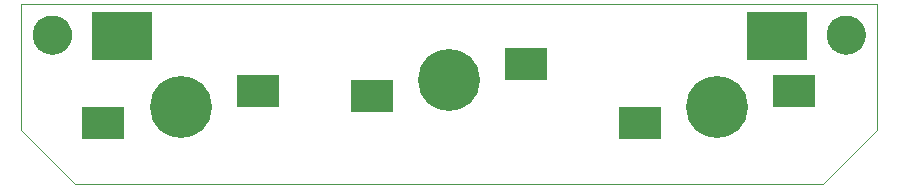
<source format=gts>
G75*
%MOIN*%
%OFA0B0*%
%FSLAX25Y25*%
%IPPOS*%
%LPD*%
%AMOC8*
5,1,8,0,0,1.08239X$1,22.5*
%
%ADD10C,0.00000*%
%ADD11C,0.12998*%
%ADD12R,0.14180X0.11030*%
%ADD13C,0.20676*%
%ADD14R,0.20085X0.16148*%
D10*
X0018917Y0001200D02*
X0268523Y0001200D01*
X0286239Y0018917D01*
X0286239Y0061043D01*
X0001200Y0061043D01*
X0001200Y0018917D01*
X0018917Y0001200D01*
X0005137Y0050806D02*
X0005139Y0050964D01*
X0005145Y0051122D01*
X0005155Y0051280D01*
X0005169Y0051438D01*
X0005187Y0051595D01*
X0005208Y0051752D01*
X0005234Y0051908D01*
X0005264Y0052064D01*
X0005297Y0052219D01*
X0005335Y0052372D01*
X0005376Y0052525D01*
X0005421Y0052677D01*
X0005470Y0052828D01*
X0005523Y0052977D01*
X0005579Y0053125D01*
X0005639Y0053271D01*
X0005703Y0053416D01*
X0005771Y0053559D01*
X0005842Y0053701D01*
X0005916Y0053841D01*
X0005994Y0053978D01*
X0006076Y0054114D01*
X0006160Y0054248D01*
X0006249Y0054379D01*
X0006340Y0054508D01*
X0006435Y0054635D01*
X0006532Y0054760D01*
X0006633Y0054882D01*
X0006737Y0055001D01*
X0006844Y0055118D01*
X0006954Y0055232D01*
X0007067Y0055343D01*
X0007182Y0055452D01*
X0007300Y0055557D01*
X0007421Y0055659D01*
X0007544Y0055759D01*
X0007670Y0055855D01*
X0007798Y0055948D01*
X0007928Y0056038D01*
X0008061Y0056124D01*
X0008196Y0056208D01*
X0008332Y0056287D01*
X0008471Y0056364D01*
X0008612Y0056436D01*
X0008754Y0056506D01*
X0008898Y0056571D01*
X0009044Y0056633D01*
X0009191Y0056691D01*
X0009340Y0056746D01*
X0009490Y0056797D01*
X0009641Y0056844D01*
X0009793Y0056887D01*
X0009946Y0056926D01*
X0010101Y0056962D01*
X0010256Y0056993D01*
X0010412Y0057021D01*
X0010568Y0057045D01*
X0010725Y0057065D01*
X0010883Y0057081D01*
X0011040Y0057093D01*
X0011199Y0057101D01*
X0011357Y0057105D01*
X0011515Y0057105D01*
X0011673Y0057101D01*
X0011832Y0057093D01*
X0011989Y0057081D01*
X0012147Y0057065D01*
X0012304Y0057045D01*
X0012460Y0057021D01*
X0012616Y0056993D01*
X0012771Y0056962D01*
X0012926Y0056926D01*
X0013079Y0056887D01*
X0013231Y0056844D01*
X0013382Y0056797D01*
X0013532Y0056746D01*
X0013681Y0056691D01*
X0013828Y0056633D01*
X0013974Y0056571D01*
X0014118Y0056506D01*
X0014260Y0056436D01*
X0014401Y0056364D01*
X0014540Y0056287D01*
X0014676Y0056208D01*
X0014811Y0056124D01*
X0014944Y0056038D01*
X0015074Y0055948D01*
X0015202Y0055855D01*
X0015328Y0055759D01*
X0015451Y0055659D01*
X0015572Y0055557D01*
X0015690Y0055452D01*
X0015805Y0055343D01*
X0015918Y0055232D01*
X0016028Y0055118D01*
X0016135Y0055001D01*
X0016239Y0054882D01*
X0016340Y0054760D01*
X0016437Y0054635D01*
X0016532Y0054508D01*
X0016623Y0054379D01*
X0016712Y0054248D01*
X0016796Y0054114D01*
X0016878Y0053978D01*
X0016956Y0053841D01*
X0017030Y0053701D01*
X0017101Y0053559D01*
X0017169Y0053416D01*
X0017233Y0053271D01*
X0017293Y0053125D01*
X0017349Y0052977D01*
X0017402Y0052828D01*
X0017451Y0052677D01*
X0017496Y0052525D01*
X0017537Y0052372D01*
X0017575Y0052219D01*
X0017608Y0052064D01*
X0017638Y0051908D01*
X0017664Y0051752D01*
X0017685Y0051595D01*
X0017703Y0051438D01*
X0017717Y0051280D01*
X0017727Y0051122D01*
X0017733Y0050964D01*
X0017735Y0050806D01*
X0017733Y0050648D01*
X0017727Y0050490D01*
X0017717Y0050332D01*
X0017703Y0050174D01*
X0017685Y0050017D01*
X0017664Y0049860D01*
X0017638Y0049704D01*
X0017608Y0049548D01*
X0017575Y0049393D01*
X0017537Y0049240D01*
X0017496Y0049087D01*
X0017451Y0048935D01*
X0017402Y0048784D01*
X0017349Y0048635D01*
X0017293Y0048487D01*
X0017233Y0048341D01*
X0017169Y0048196D01*
X0017101Y0048053D01*
X0017030Y0047911D01*
X0016956Y0047771D01*
X0016878Y0047634D01*
X0016796Y0047498D01*
X0016712Y0047364D01*
X0016623Y0047233D01*
X0016532Y0047104D01*
X0016437Y0046977D01*
X0016340Y0046852D01*
X0016239Y0046730D01*
X0016135Y0046611D01*
X0016028Y0046494D01*
X0015918Y0046380D01*
X0015805Y0046269D01*
X0015690Y0046160D01*
X0015572Y0046055D01*
X0015451Y0045953D01*
X0015328Y0045853D01*
X0015202Y0045757D01*
X0015074Y0045664D01*
X0014944Y0045574D01*
X0014811Y0045488D01*
X0014676Y0045404D01*
X0014540Y0045325D01*
X0014401Y0045248D01*
X0014260Y0045176D01*
X0014118Y0045106D01*
X0013974Y0045041D01*
X0013828Y0044979D01*
X0013681Y0044921D01*
X0013532Y0044866D01*
X0013382Y0044815D01*
X0013231Y0044768D01*
X0013079Y0044725D01*
X0012926Y0044686D01*
X0012771Y0044650D01*
X0012616Y0044619D01*
X0012460Y0044591D01*
X0012304Y0044567D01*
X0012147Y0044547D01*
X0011989Y0044531D01*
X0011832Y0044519D01*
X0011673Y0044511D01*
X0011515Y0044507D01*
X0011357Y0044507D01*
X0011199Y0044511D01*
X0011040Y0044519D01*
X0010883Y0044531D01*
X0010725Y0044547D01*
X0010568Y0044567D01*
X0010412Y0044591D01*
X0010256Y0044619D01*
X0010101Y0044650D01*
X0009946Y0044686D01*
X0009793Y0044725D01*
X0009641Y0044768D01*
X0009490Y0044815D01*
X0009340Y0044866D01*
X0009191Y0044921D01*
X0009044Y0044979D01*
X0008898Y0045041D01*
X0008754Y0045106D01*
X0008612Y0045176D01*
X0008471Y0045248D01*
X0008332Y0045325D01*
X0008196Y0045404D01*
X0008061Y0045488D01*
X0007928Y0045574D01*
X0007798Y0045664D01*
X0007670Y0045757D01*
X0007544Y0045853D01*
X0007421Y0045953D01*
X0007300Y0046055D01*
X0007182Y0046160D01*
X0007067Y0046269D01*
X0006954Y0046380D01*
X0006844Y0046494D01*
X0006737Y0046611D01*
X0006633Y0046730D01*
X0006532Y0046852D01*
X0006435Y0046977D01*
X0006340Y0047104D01*
X0006249Y0047233D01*
X0006160Y0047364D01*
X0006076Y0047498D01*
X0005994Y0047634D01*
X0005916Y0047771D01*
X0005842Y0047911D01*
X0005771Y0048053D01*
X0005703Y0048196D01*
X0005639Y0048341D01*
X0005579Y0048487D01*
X0005523Y0048635D01*
X0005470Y0048784D01*
X0005421Y0048935D01*
X0005376Y0049087D01*
X0005335Y0049240D01*
X0005297Y0049393D01*
X0005264Y0049548D01*
X0005234Y0049704D01*
X0005208Y0049860D01*
X0005187Y0050017D01*
X0005169Y0050174D01*
X0005155Y0050332D01*
X0005145Y0050490D01*
X0005139Y0050648D01*
X0005137Y0050806D01*
X0269704Y0050806D02*
X0269706Y0050964D01*
X0269712Y0051122D01*
X0269722Y0051280D01*
X0269736Y0051438D01*
X0269754Y0051595D01*
X0269775Y0051752D01*
X0269801Y0051908D01*
X0269831Y0052064D01*
X0269864Y0052219D01*
X0269902Y0052372D01*
X0269943Y0052525D01*
X0269988Y0052677D01*
X0270037Y0052828D01*
X0270090Y0052977D01*
X0270146Y0053125D01*
X0270206Y0053271D01*
X0270270Y0053416D01*
X0270338Y0053559D01*
X0270409Y0053701D01*
X0270483Y0053841D01*
X0270561Y0053978D01*
X0270643Y0054114D01*
X0270727Y0054248D01*
X0270816Y0054379D01*
X0270907Y0054508D01*
X0271002Y0054635D01*
X0271099Y0054760D01*
X0271200Y0054882D01*
X0271304Y0055001D01*
X0271411Y0055118D01*
X0271521Y0055232D01*
X0271634Y0055343D01*
X0271749Y0055452D01*
X0271867Y0055557D01*
X0271988Y0055659D01*
X0272111Y0055759D01*
X0272237Y0055855D01*
X0272365Y0055948D01*
X0272495Y0056038D01*
X0272628Y0056124D01*
X0272763Y0056208D01*
X0272899Y0056287D01*
X0273038Y0056364D01*
X0273179Y0056436D01*
X0273321Y0056506D01*
X0273465Y0056571D01*
X0273611Y0056633D01*
X0273758Y0056691D01*
X0273907Y0056746D01*
X0274057Y0056797D01*
X0274208Y0056844D01*
X0274360Y0056887D01*
X0274513Y0056926D01*
X0274668Y0056962D01*
X0274823Y0056993D01*
X0274979Y0057021D01*
X0275135Y0057045D01*
X0275292Y0057065D01*
X0275450Y0057081D01*
X0275607Y0057093D01*
X0275766Y0057101D01*
X0275924Y0057105D01*
X0276082Y0057105D01*
X0276240Y0057101D01*
X0276399Y0057093D01*
X0276556Y0057081D01*
X0276714Y0057065D01*
X0276871Y0057045D01*
X0277027Y0057021D01*
X0277183Y0056993D01*
X0277338Y0056962D01*
X0277493Y0056926D01*
X0277646Y0056887D01*
X0277798Y0056844D01*
X0277949Y0056797D01*
X0278099Y0056746D01*
X0278248Y0056691D01*
X0278395Y0056633D01*
X0278541Y0056571D01*
X0278685Y0056506D01*
X0278827Y0056436D01*
X0278968Y0056364D01*
X0279107Y0056287D01*
X0279243Y0056208D01*
X0279378Y0056124D01*
X0279511Y0056038D01*
X0279641Y0055948D01*
X0279769Y0055855D01*
X0279895Y0055759D01*
X0280018Y0055659D01*
X0280139Y0055557D01*
X0280257Y0055452D01*
X0280372Y0055343D01*
X0280485Y0055232D01*
X0280595Y0055118D01*
X0280702Y0055001D01*
X0280806Y0054882D01*
X0280907Y0054760D01*
X0281004Y0054635D01*
X0281099Y0054508D01*
X0281190Y0054379D01*
X0281279Y0054248D01*
X0281363Y0054114D01*
X0281445Y0053978D01*
X0281523Y0053841D01*
X0281597Y0053701D01*
X0281668Y0053559D01*
X0281736Y0053416D01*
X0281800Y0053271D01*
X0281860Y0053125D01*
X0281916Y0052977D01*
X0281969Y0052828D01*
X0282018Y0052677D01*
X0282063Y0052525D01*
X0282104Y0052372D01*
X0282142Y0052219D01*
X0282175Y0052064D01*
X0282205Y0051908D01*
X0282231Y0051752D01*
X0282252Y0051595D01*
X0282270Y0051438D01*
X0282284Y0051280D01*
X0282294Y0051122D01*
X0282300Y0050964D01*
X0282302Y0050806D01*
X0282300Y0050648D01*
X0282294Y0050490D01*
X0282284Y0050332D01*
X0282270Y0050174D01*
X0282252Y0050017D01*
X0282231Y0049860D01*
X0282205Y0049704D01*
X0282175Y0049548D01*
X0282142Y0049393D01*
X0282104Y0049240D01*
X0282063Y0049087D01*
X0282018Y0048935D01*
X0281969Y0048784D01*
X0281916Y0048635D01*
X0281860Y0048487D01*
X0281800Y0048341D01*
X0281736Y0048196D01*
X0281668Y0048053D01*
X0281597Y0047911D01*
X0281523Y0047771D01*
X0281445Y0047634D01*
X0281363Y0047498D01*
X0281279Y0047364D01*
X0281190Y0047233D01*
X0281099Y0047104D01*
X0281004Y0046977D01*
X0280907Y0046852D01*
X0280806Y0046730D01*
X0280702Y0046611D01*
X0280595Y0046494D01*
X0280485Y0046380D01*
X0280372Y0046269D01*
X0280257Y0046160D01*
X0280139Y0046055D01*
X0280018Y0045953D01*
X0279895Y0045853D01*
X0279769Y0045757D01*
X0279641Y0045664D01*
X0279511Y0045574D01*
X0279378Y0045488D01*
X0279243Y0045404D01*
X0279107Y0045325D01*
X0278968Y0045248D01*
X0278827Y0045176D01*
X0278685Y0045106D01*
X0278541Y0045041D01*
X0278395Y0044979D01*
X0278248Y0044921D01*
X0278099Y0044866D01*
X0277949Y0044815D01*
X0277798Y0044768D01*
X0277646Y0044725D01*
X0277493Y0044686D01*
X0277338Y0044650D01*
X0277183Y0044619D01*
X0277027Y0044591D01*
X0276871Y0044567D01*
X0276714Y0044547D01*
X0276556Y0044531D01*
X0276399Y0044519D01*
X0276240Y0044511D01*
X0276082Y0044507D01*
X0275924Y0044507D01*
X0275766Y0044511D01*
X0275607Y0044519D01*
X0275450Y0044531D01*
X0275292Y0044547D01*
X0275135Y0044567D01*
X0274979Y0044591D01*
X0274823Y0044619D01*
X0274668Y0044650D01*
X0274513Y0044686D01*
X0274360Y0044725D01*
X0274208Y0044768D01*
X0274057Y0044815D01*
X0273907Y0044866D01*
X0273758Y0044921D01*
X0273611Y0044979D01*
X0273465Y0045041D01*
X0273321Y0045106D01*
X0273179Y0045176D01*
X0273038Y0045248D01*
X0272899Y0045325D01*
X0272763Y0045404D01*
X0272628Y0045488D01*
X0272495Y0045574D01*
X0272365Y0045664D01*
X0272237Y0045757D01*
X0272111Y0045853D01*
X0271988Y0045953D01*
X0271867Y0046055D01*
X0271749Y0046160D01*
X0271634Y0046269D01*
X0271521Y0046380D01*
X0271411Y0046494D01*
X0271304Y0046611D01*
X0271200Y0046730D01*
X0271099Y0046852D01*
X0271002Y0046977D01*
X0270907Y0047104D01*
X0270816Y0047233D01*
X0270727Y0047364D01*
X0270643Y0047498D01*
X0270561Y0047634D01*
X0270483Y0047771D01*
X0270409Y0047911D01*
X0270338Y0048053D01*
X0270270Y0048196D01*
X0270206Y0048341D01*
X0270146Y0048487D01*
X0270090Y0048635D01*
X0270037Y0048784D01*
X0269988Y0048935D01*
X0269943Y0049087D01*
X0269902Y0049240D01*
X0269864Y0049393D01*
X0269831Y0049548D01*
X0269801Y0049704D01*
X0269775Y0049860D01*
X0269754Y0050017D01*
X0269736Y0050174D01*
X0269722Y0050332D01*
X0269712Y0050490D01*
X0269706Y0050648D01*
X0269704Y0050806D01*
D11*
X0276003Y0050806D03*
X0011436Y0050806D03*
D12*
X0080137Y0032106D03*
X0117932Y0030294D03*
X0169507Y0040924D03*
X0207302Y0021476D03*
X0258877Y0032106D03*
X0028562Y0021476D03*
D13*
X0054350Y0026791D03*
X0143720Y0035609D03*
X0233090Y0026791D03*
D14*
X0253169Y0050413D03*
X0034665Y0050413D03*
M02*

</source>
